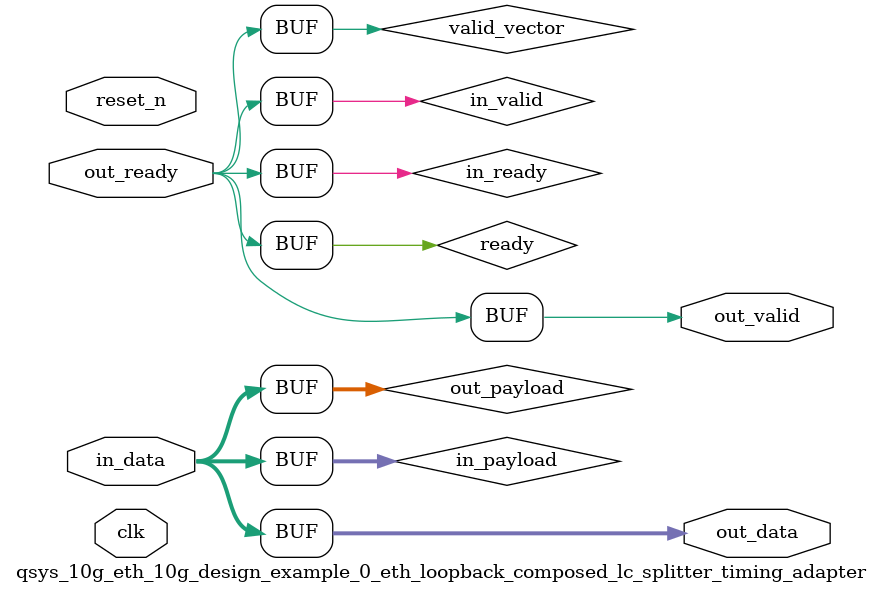
<source format=v>

`timescale 1ns / 100ps
module qsys_10g_eth_10g_design_example_0_eth_loopback_composed_lc_splitter_timing_adapter (
    
      // Interface: clk
      input              clk,
      // Interface: reset
      input              reset_n,
      // Interface: in
      input      [71: 0] in_data,
      // Interface: out
      output reg [71: 0] out_data,
      input              out_ready,
      output reg         out_valid
);




   // ---------------------------------------------------------------------
   //| Signal Declarations
   // ---------------------------------------------------------------------

   reg  [71: 0] in_payload;
   reg  [71: 0] out_payload;
   reg  [ 0: 0] ready;
   reg          in_ready;
   // synthesis translate_off
   always @(negedge in_ready) begin
      $display("%m: The downstream component is backpressuring by deasserting ready, but the upstream component can't be backpressured.");
   end
   // synthesis translate_on   
   reg          in_valid;
   reg  [ 0: 0] valid_vector;


   // ---------------------------------------------------------------------
   //| Payload Mapping
   // ---------------------------------------------------------------------
   always @* begin
     in_payload = {in_data};
     {out_data} = out_payload;
   end

   // ---------------------------------------------------------------------
   //| Ready & valid signals.
   // ---------------------------------------------------------------------
   always @* begin
     ready[0] = out_ready;
     out_valid = in_valid;
     out_payload = in_payload;
     in_ready = ready[0];
   end



   // ---------------------------------------------------------------------
   //| Input Valid Generation
   // ---------------------------------------------------------------------
   always @* begin
      valid_vector[0] = in_ready;
      in_valid        = valid_vector[0];
   end


endmodule


</source>
